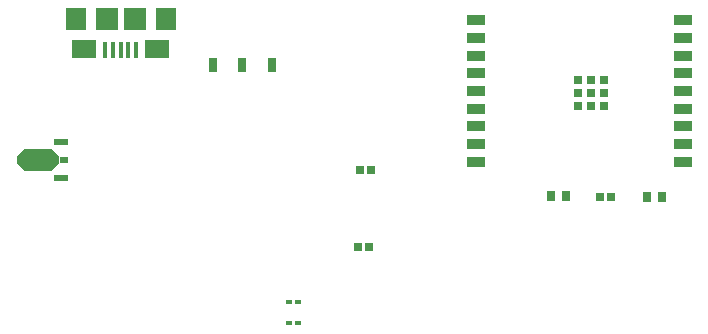
<source format=gtp>
G04*
G04 #@! TF.GenerationSoftware,Altium Limited,Altium Designer,20.0.2 (26)*
G04*
G04 Layer_Color=8421504*
%FSLAX25Y25*%
%MOIN*%
G70*
G01*
G75*
%ADD17R,0.01968X0.01772*%
%ADD18R,0.02816X0.02648*%
%ADD19R,0.05118X0.02362*%
%ADD20R,0.03150X0.02362*%
%ADD21R,0.02756X0.04724*%
%ADD22R,0.02756X0.02756*%
%ADD23R,0.05906X0.03543*%
%ADD24R,0.02717X0.02835*%
%ADD25R,0.02953X0.03347*%
%ADD26R,0.02717X0.02835*%
%ADD27R,0.07480X0.07480*%
%ADD28R,0.07087X0.07480*%
%ADD29R,0.08268X0.06299*%
%ADD30R,0.01575X0.05315*%
G36*
X190512Y448681D02*
Y446319D01*
X188150Y443957D01*
X178701D01*
X176339Y446319D01*
Y448681D01*
X178701Y451043D01*
X188150D01*
X190512Y448681D01*
D02*
G37*
D17*
X267024Y393000D02*
D03*
X269976D02*
D03*
X269976Y400000D02*
D03*
X267024D02*
D03*
D18*
X374384Y435000D02*
D03*
X370616D02*
D03*
D19*
X191102Y453406D02*
D03*
Y441594D02*
D03*
D20*
X192087Y447500D02*
D03*
D21*
X241657Y479205D02*
D03*
X251500D02*
D03*
X261343D02*
D03*
D22*
X372000Y465338D02*
D03*
X367669D02*
D03*
X363339D02*
D03*
Y469669D02*
D03*
Y474000D02*
D03*
X367669D02*
D03*
X372000D02*
D03*
Y469669D02*
D03*
X367669D02*
D03*
D23*
X398339Y494079D02*
D03*
Y488173D02*
D03*
Y482268D02*
D03*
Y476362D02*
D03*
Y470457D02*
D03*
Y464551D02*
D03*
Y458646D02*
D03*
Y452740D02*
D03*
Y446835D02*
D03*
X329441D02*
D03*
Y452740D02*
D03*
Y458646D02*
D03*
Y464551D02*
D03*
Y470457D02*
D03*
Y476362D02*
D03*
Y482268D02*
D03*
Y488173D02*
D03*
Y494079D02*
D03*
D24*
X293811Y418500D02*
D03*
X290189D02*
D03*
D25*
X359461Y435500D02*
D03*
X354539D02*
D03*
X386539Y435000D02*
D03*
X391461D02*
D03*
D26*
X294429Y444000D02*
D03*
X290571D02*
D03*
D27*
X206236Y494500D02*
D03*
X215685D02*
D03*
D28*
X196000D02*
D03*
X225921D02*
D03*
D29*
X198756Y484461D02*
D03*
X223165D02*
D03*
D30*
X205843Y483969D02*
D03*
X216079D02*
D03*
X208402D02*
D03*
X213520D02*
D03*
X210961D02*
D03*
M02*

</source>
